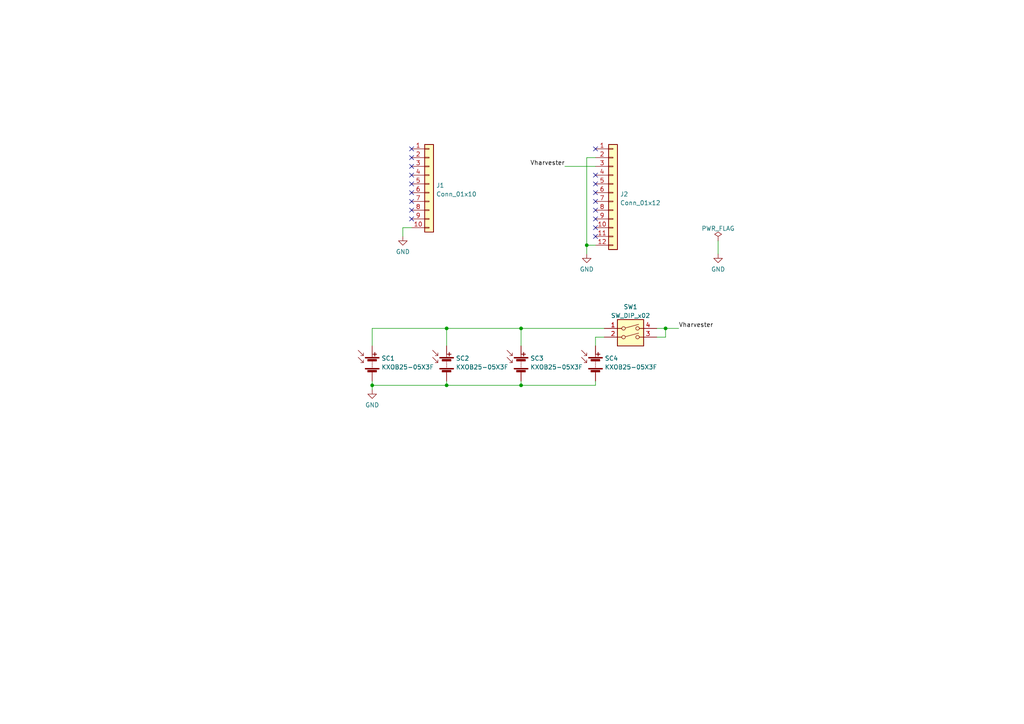
<source format=kicad_sch>
(kicad_sch (version 20230121) (generator eeschema)
  (paper "A4")
  (lib_symbols
    (symbol "Connector_Generic:Conn_01x10" (pin_names (offset 1.016) hide)
      (property "Reference" "J" (at 0 12.7 0))
      (property "Value" "Conn_01x10" (at 0 -15.24 0))
      (symbol "Conn_01x10_1_1"
        (rectangle (start -1.27 -12.573) (end 0 -12.827) (stroke (width 0.1524)))
        (rectangle (start -1.27 -10.033) (end 0 -10.287) (stroke (width 0.1524)))
        (rectangle (start -1.27 -7.493) (end 0 -7.747) (stroke (width 0.1524)))
        (rectangle (start -1.27 -4.953) (end 0 -5.207) (stroke (width 0.1524)))
        (rectangle (start -1.27 -2.413) (end 0 -2.667) (stroke (width 0.1524)))
        (rectangle (start -1.27 0.127) (end 0 -0.127) (stroke (width 0.1524)))
        (rectangle (start -1.27 2.667) (end 0 2.413) (stroke (width 0.1524)))
        (rectangle (start -1.27 5.207) (end 0 4.953) (stroke (width 0.1524)))
        (rectangle (start -1.27 7.747) (end 0 7.493) (stroke (width 0.1524)))
        (rectangle (start -1.27 10.287) (end 0 10.033) (stroke (width 0.1524)))
        (rectangle (start -1.27 11.43) (end 1.27 -13.97) (stroke (width 0.254)) (fill (type background)))
        (pin passive line (at -5.08 10.16 0) (length 3.81) (name "Pin_1") (number "1"))
        (pin passive line (at -5.08 -12.7 0) (length 3.81) (name "Pin_10") (number "10"))
        (pin passive line (at -5.08 7.62 0) (length 3.81) (name "Pin_2") (number "2"))
        (pin passive line (at -5.08 5.08 0) (length 3.81) (name "Pin_3") (number "3"))
        (pin passive line (at -5.08 2.54 0) (length 3.81) (name "Pin_4") (number "4"))
        (pin passive line (at -5.08 0 0) (length 3.81) (name "Pin_5") (number "5"))
        (pin passive line (at -5.08 -2.54 0) (length 3.81) (name "Pin_6") (number "6"))
        (pin passive line (at -5.08 -5.08 0) (length 3.81) (name "Pin_7") (number "7"))
        (pin passive line (at -5.08 -7.62 0) (length 3.81) (name "Pin_8") (number "8"))
        (pin passive line (at -5.08 -10.16 0) (length 3.81) (name "Pin_9") (number "9"))
      )
    )
    (symbol "Connector_Generic:Conn_01x12" (pin_names (offset 1.016) hide)
      (property "Reference" "J" (at 0 15.24 0))
      (property "Value" "Conn_01x12" (at 0 -17.78 0))
      (symbol "Conn_01x12_1_1"
        (rectangle (start -1.27 -15.113) (end 0 -15.367) (stroke (width 0.1524)))
        (rectangle (start -1.27 -12.573) (end 0 -12.827) (stroke (width 0.1524)))
        (rectangle (start -1.27 -10.033) (end 0 -10.287) (stroke (width 0.1524)))
        (rectangle (start -1.27 -7.493) (end 0 -7.747) (stroke (width 0.1524)))
        (rectangle (start -1.27 -4.953) (end 0 -5.207) (stroke (width 0.1524)))
        (rectangle (start -1.27 -2.413) (end 0 -2.667) (stroke (width 0.1524)))
        (rectangle (start -1.27 0.127) (end 0 -0.127) (stroke (width 0.1524)))
        (rectangle (start -1.27 2.667) (end 0 2.413) (stroke (width 0.1524)))
        (rectangle (start -1.27 5.207) (end 0 4.953) (stroke (width 0.1524)))
        (rectangle (start -1.27 7.747) (end 0 7.493) (stroke (width 0.1524)))
        (rectangle (start -1.27 10.287) (end 0 10.033) (stroke (width 0.1524)))
        (rectangle (start -1.27 12.827) (end 0 12.573) (stroke (width 0.1524)))
        (rectangle (start -1.27 13.97) (end 1.27 -16.51) (stroke (width 0.254)) (fill (type background)))
        (pin passive line (at -5.08 12.7 0) (length 3.81) (name "Pin_1") (number "1"))
        (pin passive line (at -5.08 -10.16 0) (length 3.81) (name "Pin_10") (number "10"))
        (pin passive line (at -5.08 -12.7 0) (length 3.81) (name "Pin_11") (number "11"))
        (pin passive line (at -5.08 -15.24 0) (length 3.81) (name "Pin_12") (number "12"))
        (pin passive line (at -5.08 10.16 0) (length 3.81) (name "Pin_2") (number "2"))
        (pin passive line (at -5.08 7.62 0) (length 3.81) (name "Pin_3") (number "3"))
        (pin passive line (at -5.08 5.08 0) (length 3.81) (name "Pin_4") (number "4"))
        (pin passive line (at -5.08 2.54 0) (length 3.81) (name "Pin_5") (number "5"))
        (pin passive line (at -5.08 0 0) (length 3.81) (name "Pin_6") (number "6"))
        (pin passive line (at -5.08 -2.54 0) (length 3.81) (name "Pin_7") (number "7"))
        (pin passive line (at -5.08 -5.08 0) (length 3.81) (name "Pin_8") (number "8"))
        (pin passive line (at -5.08 -7.62 0) (length 3.81) (name "Pin_9") (number "9"))
      )
    )
    (symbol "Switch:SW_DIP_x02" (pin_names (offset 0) hide)
      (property "Reference" "SW" (at 0 6.35 0))
      (property "Value" "SW_DIP_x02" (at 0 -3.81 0))
      (symbol "SW_DIP_x02_0_0"
        (circle (center -2.032 0) (radius 0.508))
        (circle (center -2.032 2.54) (radius 0.508))
        (polyline (pts (xy -1.524 0.127) (xy 2.3622 1.1684)))
        (polyline (pts (xy -1.524 2.667) (xy 2.3622 3.7084)))
        (circle (center 2.032 0) (radius 0.508))
        (circle (center 2.032 2.54) (radius 0.508))
      )
      (symbol "SW_DIP_x02_0_1"
        (rectangle (start -3.81 5.08) (end 3.81 -2.54) (stroke (width 0.254)) (fill (type background)))
      )
      (symbol "SW_DIP_x02_1_1"
        (pin passive line (at -7.62 2.54 0) (length 5.08) (name "~") (number "1"))
        (pin passive line (at -7.62 0 0) (length 5.08) (name "~") (number "2"))
        (pin passive line (at 7.62 0 180) (length 5.08) (name "~") (number "3"))
        (pin passive line (at 7.62 2.54 180) (length 5.08) (name "~") (number "4"))
      )
    )
    (symbol "power:GND" (power) (pin_names (offset 0))
      (property "Value" "GND" (at 0 -3.81 0))
      (symbol "GND_0_1"
        (polyline (pts (xy 0 0) (xy 0 -1.27) (xy 1.27 -1.27) (xy 0 -2.54) (xy -1.27 -1.27) (xy 0 -1.27)))
      )
      (symbol "GND_1_1"
        (pin power_in line (at 0 0 270) (length 0) hide (name "GND") (number "1"))
      )
    )
    (symbol "power:PWR_FLAG" (power) (pin_numbers hide) (pin_names (offset 0) hide)
      (property "Value" "PWR_FLAG" (at 0 3.81 0))
      (symbol "PWR_FLAG_0_0"
        (pin power_out line (at 0 0 90) (length 0) (name "pwr") (number "1"))
      )
      (symbol "PWR_FLAG_0_1"
        (polyline (pts (xy 0 0) (xy 0 1.27) (xy -1.016 1.905) (xy 0 2.54) (xy 1.016 1.905) (xy 0 1.27)))
      )
    )
    (symbol "riotee:KXOB25-05X3F" (pin_numbers hide) (pin_names (offset 0) hide)
      (property "Reference" "SC" (at 2.54 2.54 0))
      (property "Value" "KXOB25-05X3F" (at 2.54 0 0))
      (symbol "KXOB25-05X3F_0_1"
        (rectangle (start -2.032 -1.397) (end 2.032 -1.651) (fill (type outline)))
        (rectangle (start -2.032 1.778) (end 2.032 1.524) (fill (type outline)))
        (rectangle (start -1.3208 -1.9812) (end 1.27 -2.4892) (fill (type outline)))
        (rectangle (start -1.3208 1.1938) (end 1.27 0.6858) (fill (type outline)))
        (polyline (pts (xy -2.54 0.254) (xy -4.064 1.778)))
        (polyline (pts (xy -2.54 2.286) (xy -4.064 3.81)))
        (polyline (pts (xy 0 -1.524) (xy 0 -1.27)))
        (polyline (pts (xy 0 -1.016) (xy 0 -0.762)))
        (polyline (pts (xy 0 -0.508) (xy 0 -0.254)))
        (polyline (pts (xy 0 0) (xy 0 0.254)))
        (polyline (pts (xy 0 0.508) (xy 0 0.762)))
        (polyline (pts (xy 0 1.778) (xy 0 2.54)))
        (polyline (pts (xy 0.254 2.667) (xy 1.27 2.667)) (stroke (width 0.254)))
        (polyline (pts (xy 0.762 3.175) (xy 0.762 2.159)) (stroke (width 0.254)))
        (polyline (pts (xy -2.54 1.016) (xy -2.54 0.254) (xy -3.302 0.254)))
        (polyline (pts (xy -2.54 3.048) (xy -2.54 2.286) (xy -3.302 2.286)))
      )
      (symbol "KXOB25-05X3F_1_1"
        (pin passive line (at 0 5.08 270) (length 2.54) (name "+") (number "1"))
        (pin passive line (at 0 -5.08 90) (length 2.54) (name "-") (number "2"))
      )
    )
  )
  (junction (at 107.95 111.76))
  (junction (at 151.13 95.25))
  (junction (at 170.18 71.12))
  (junction (at 129.54 111.76))
  (junction (at 193.04 95.25))
  (junction (at 151.13 111.76))
  (junction (at 129.54 95.25))
  (no_connect (at 172.72 50.8))
  (no_connect (at 172.72 55.88))
  (no_connect (at 172.72 43.18))
  (no_connect (at 172.72 53.34))
  (no_connect (at 119.38 48.26))
  (no_connect (at 172.72 68.58))
  (no_connect (at 119.38 58.42))
  (no_connect (at 119.38 60.96))
  (no_connect (at 172.72 66.04))
  (no_connect (at 172.72 60.96))
  (no_connect (at 119.38 45.72))
  (no_connect (at 172.72 63.5))
  (no_connect (at 119.38 53.34))
  (no_connect (at 119.38 43.18))
  (no_connect (at 119.38 50.8))
  (no_connect (at 119.38 63.5))
  (no_connect (at 119.38 55.88))
  (no_connect (at 172.72 58.42))
  (wire (pts (xy 172.72 100.33) (xy 172.72 97.79)))
  (wire (pts (xy 107.95 111.76) (xy 107.95 113.03)))
  (wire (pts (xy 163.83 48.26) (xy 172.72 48.26)))
  (wire (pts (xy 193.04 97.79) (xy 193.04 95.25)))
  (wire (pts (xy 170.18 73.66) (xy 170.18 71.12)))
  (wire (pts (xy 151.13 95.25) (xy 175.26 95.25)))
  (wire (pts (xy 151.13 100.33) (xy 151.13 95.25)))
  (wire (pts (xy 129.54 111.76) (xy 107.95 111.76)))
  (wire (pts (xy 151.13 111.76) (xy 129.54 111.76)))
  (wire (pts (xy 116.84 66.04) (xy 119.38 66.04)))
  (wire (pts (xy 193.04 95.25) (xy 190.5 95.25)))
  (wire (pts (xy 172.72 111.76) (xy 151.13 111.76)))
  (wire (pts (xy 129.54 100.33) (xy 129.54 95.25)))
  (wire (pts (xy 172.72 97.79) (xy 175.26 97.79)))
  (wire (pts (xy 116.84 68.58) (xy 116.84 66.04)))
  (wire (pts (xy 172.72 45.72) (xy 170.18 45.72)))
  (wire (pts (xy 190.5 97.79) (xy 193.04 97.79)))
  (wire (pts (xy 129.54 110.49) (xy 129.54 111.76)))
  (wire (pts (xy 193.04 95.25) (xy 196.85 95.25)))
  (wire (pts (xy 107.95 100.33) (xy 107.95 95.25)))
  (wire (pts (xy 172.72 110.49) (xy 172.72 111.76)))
  (wire (pts (xy 151.13 110.49) (xy 151.13 111.76)))
  (wire (pts (xy 208.28 69.85) (xy 208.28 73.66)))
  (wire (pts (xy 129.54 95.25) (xy 151.13 95.25)))
  (wire (pts (xy 107.95 110.49) (xy 107.95 111.76)))
  (wire (pts (xy 170.18 45.72) (xy 170.18 71.12)))
  (wire (pts (xy 107.95 95.25) (xy 129.54 95.25)))
  (wire (pts (xy 170.18 71.12) (xy 172.72 71.12)))
  (label "Vharvester" (at 163.83 48.26 180))
  (label "Vharvester" (at 196.85 95.25 0))
  (symbol (lib_id "riotee:KXOB25-05X3F") (at 172.72 105.41 0) (unit 1)
    (property "Reference" "SC4" (at 175.387 103.9403 0) (effects (justify left)))
    (property "Value" "KXOB25-05X3F" (at 175.387 106.4772 0) (effects (justify left)))
    (property "Footprint" "riotee:AS_KXOB25_23x08" (effects hide))
    (property "Datasheet" "https://waf-e.dubudisk.com/anysolar.dubuplus.com/techsupport@anysolar.biz/O18Ae07/DubuDisk/www/Gen3/KXOB25-05X3F%20DATA%20SHEET%20202007.pdf" (effects hide))
    (property "MPN" "KXOB25-05X3F-TR" (effects hide))
  )
  (symbol (lib_id "riotee:KXOB25-05X3F") (at 129.54 105.41 0) (unit 1)
    (property "Reference" "SC2" (at 132.207 103.9403 0) (effects (justify left)))
    (property "Value" "KXOB25-05X3F" (at 132.207 106.4772 0) (effects (justify left)))
    (property "Footprint" "riotee:AS_KXOB25_23x08" (effects hide))
    (property "Datasheet" "https://waf-e.dubudisk.com/anysolar.dubuplus.com/techsupport@anysolar.biz/O18Ae07/DubuDisk/www/Gen3/KXOB25-05X3F%20DATA%20SHEET%20202007.pdf" (effects hide))
    (property "MPN" "KXOB25-05X3F-TR" (effects hide))
  )
  (symbol (lib_id "riotee:KXOB25-05X3F") (at 107.95 105.41 0) (unit 1)
    (property "Reference" "SC1" (at 110.617 103.9403 0) (effects (justify left)))
    (property "Value" "KXOB25-05X3F" (at 110.617 106.4772 0) (effects (justify left)))
    (property "Footprint" "riotee:AS_KXOB25_23x08" (effects hide))
    (property "Datasheet" "https://waf-e.dubudisk.com/anysolar.dubuplus.com/techsupport@anysolar.biz/O18Ae07/DubuDisk/www/Gen3/KXOB25-05X3F%20DATA%20SHEET%20202007.pdf" (effects hide))
    (property "MPN" "KXOB25-05X3F-TR" (effects hide))
  )
  (symbol (lib_id "power:GND") (at 170.18 73.66 0) (unit 1)
    (property "Reference" "#PWR03" (effects hide))
    (property "Value" "GND" (at 170.18 78.1034 0))
  )
  (symbol (lib_id "power:GND") (at 208.28 73.66 0) (unit 1)
    (property "Reference" "#PWR04" (effects hide))
    (property "Value" "GND" (at 208.28 78.1034 0))
  )
  (symbol (lib_id "Connector_Generic:Conn_01x12") (at 177.8 55.88 0) (unit 1)
    (property "Reference" "J2" (at 179.832 56.3153 0) (effects (justify left)))
    (property "Value" "Conn_01x12" (at 179.832 58.8522 0) (effects (justify left)))
    (property "Footprint" "riotee:PinHeader_1x12_P2.54mm_Vertical" (effects hide))
    (property "MPN" "PH1-12-UA" (effects hide))
  )
  (symbol (lib_id "Switch:SW_DIP_x02") (at 182.88 97.79 0) (unit 1)
    (property "Reference" "SW1" (at 182.88 89.0102 0))
    (property "Value" "SW_DIP_x02" (at 182.88 91.5471 0))
    (property "Footprint" "riotee:TE_1825058-1" (effects hide))
    (property "MPN" "ADE02S04" (effects hide))
  )
  (symbol (lib_id "power:GND") (at 116.84 68.58 0) (unit 1)
    (property "Reference" "#PWR02" (effects hide))
    (property "Value" "GND" (at 116.84 73.0234 0))
  )
  (symbol (lib_id "power:PWR_FLAG") (at 208.28 69.85 0) (unit 1)
    (property "Reference" "#FLG01" (effects hide))
    (property "Value" "PWR_FLAG" (at 208.28 66.2742 0))
  )
  (symbol (lib_id "power:GND") (at 107.95 113.03 0) (unit 1)
    (property "Reference" "#PWR01" (effects hide))
    (property "Value" "GND" (at 107.95 117.4734 0))
  )
  (symbol (lib_id "Connector_Generic:Conn_01x10") (at 124.46 53.34 0) (unit 1)
    (property "Reference" "J1" (at 126.492 53.7753 0) (effects (justify left)))
    (property "Value" "Conn_01x10" (at 126.492 56.3122 0) (effects (justify left)))
    (property "Footprint" "riotee:PinHeader_1x10_P2.54mm_Vertical" (effects hide))
    (property "MPN" "PH1-10-UA" (effects hide))
  )
  (symbol (lib_id "riotee:KXOB25-05X3F") (at 151.13 105.41 0) (unit 1)
    (property "Reference" "SC3" (at 153.797 103.9403 0) (effects (justify left)))
    (property "Value" "KXOB25-05X3F" (at 153.797 106.4772 0) (effects (justify left)))
    (property "Footprint" "riotee:AS_KXOB25_23x08" (effects hide))
    (property "Datasheet" "https://waf-e.dubudisk.com/anysolar.dubuplus.com/techsupport@anysolar.biz/O18Ae07/DubuDisk/www/Gen3/KXOB25-05X3F%20DATA%20SHEET%20202007.pdf" (effects hide))
    (property "MPN" "KXOB25-05X3F-TR" (effects hide))
  )
)
</source>
